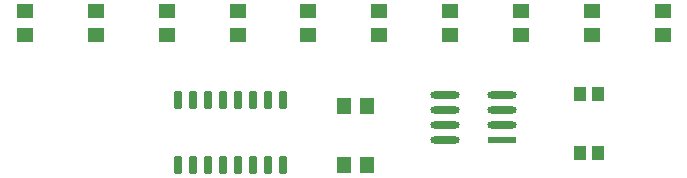
<source format=gtp>
G04*
G04 #@! TF.GenerationSoftware,Altium Limited,Altium Designer,24.8.2 (39)*
G04*
G04 Layer_Color=8421504*
%FSLAX44Y44*%
%MOMM*%
G71*
G04*
G04 #@! TF.SameCoordinates,0CE2364C-DE86-47B0-8F42-6A72043F3B29*
G04*
G04*
G04 #@! TF.FilePolarity,Positive*
G04*
G01*
G75*
%ADD14R,1.2000X1.4500*%
G04:AMPARAMS|DCode=15|XSize=0.6mm|YSize=1.45mm|CornerRadius=0.051mm|HoleSize=0mm|Usage=FLASHONLY|Rotation=0.000|XOffset=0mm|YOffset=0mm|HoleType=Round|Shape=RoundedRectangle|*
%AMROUNDEDRECTD15*
21,1,0.6000,1.3480,0,0,0.0*
21,1,0.4980,1.4500,0,0,0.0*
1,1,0.1020,0.2490,-0.6740*
1,1,0.1020,-0.2490,-0.6740*
1,1,0.1020,-0.2490,0.6740*
1,1,0.1020,0.2490,0.6740*
%
%ADD15ROUNDEDRECTD15*%
%ADD16R,1.4500X1.2000*%
%ADD17R,1.0000X1.3000*%
G04:AMPARAMS|DCode=18|XSize=2.4692mm|YSize=0.6221mm|CornerRadius=0.3111mm|HoleSize=0mm|Usage=FLASHONLY|Rotation=180.000|XOffset=0mm|YOffset=0mm|HoleType=Round|Shape=RoundedRectangle|*
%AMROUNDEDRECTD18*
21,1,2.4692,0.0000,0,0,180.0*
21,1,1.8470,0.6221,0,0,180.0*
1,1,0.6221,-0.9235,0.0000*
1,1,0.6221,0.9235,0.0000*
1,1,0.6221,0.9235,0.0000*
1,1,0.6221,-0.9235,0.0000*
%
%ADD18ROUNDEDRECTD18*%
%ADD19R,2.4692X0.6221*%
D14*
X310000Y110000D02*
D03*
X330000D02*
D03*
Y60000D02*
D03*
X310000D02*
D03*
D15*
X258100Y114500D02*
D03*
X245400D02*
D03*
X232700D02*
D03*
X220000D02*
D03*
X207300D02*
D03*
X194600D02*
D03*
X181900D02*
D03*
X169200D02*
D03*
X258100Y60000D02*
D03*
X245400D02*
D03*
X232700D02*
D03*
X220000D02*
D03*
X207300D02*
D03*
X194600D02*
D03*
X181900D02*
D03*
X169200D02*
D03*
D16*
X280000Y190000D02*
D03*
Y170000D02*
D03*
X220000Y190000D02*
D03*
Y170000D02*
D03*
X400000Y190000D02*
D03*
Y170000D02*
D03*
X340000Y190000D02*
D03*
Y170000D02*
D03*
X520000Y190000D02*
D03*
Y170000D02*
D03*
X460000Y190000D02*
D03*
Y170000D02*
D03*
X580000Y190000D02*
D03*
Y170000D02*
D03*
X160000Y190000D02*
D03*
Y170000D02*
D03*
X40000Y190000D02*
D03*
Y170000D02*
D03*
X100000Y190000D02*
D03*
Y170000D02*
D03*
D17*
X510000Y120000D02*
D03*
X525000D02*
D03*
Y70000D02*
D03*
X510000D02*
D03*
D18*
X395864Y80950D02*
D03*
Y93650D02*
D03*
Y106350D02*
D03*
Y119050D02*
D03*
X444136D02*
D03*
Y106350D02*
D03*
Y93650D02*
D03*
D19*
Y80950D02*
D03*
M02*

</source>
